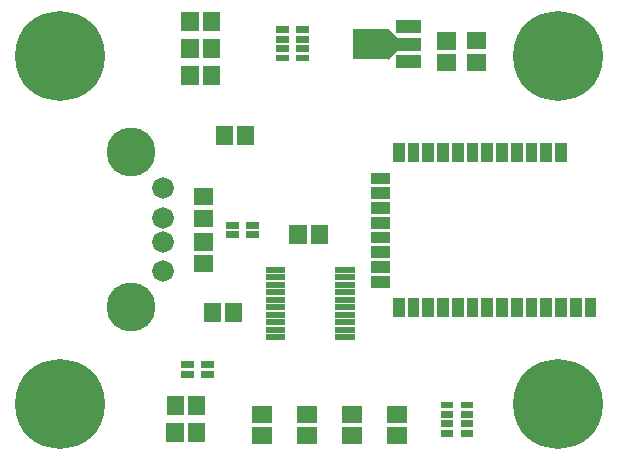
<source format=gbr>
G04 start of page 6 for group -4063 idx -4063 *
G04 Title: (unknown), componentmask *
G04 Creator: pcb 20140316 *
G04 CreationDate: Sun 13 Sep 2020 05:48:37 PM GMT UTC *
G04 For: railfan *
G04 Format: Gerber/RS-274X *
G04 PCB-Dimensions (mil): 2000.00 1500.00 *
G04 PCB-Coordinate-Origin: lower left *
%MOIN*%
%FSLAX25Y25*%
%LNTOPMASK*%
%ADD54R,0.0390X0.0390*%
%ADD53C,0.0001*%
%ADD52R,0.1005X0.1005*%
%ADD51R,0.0438X0.0438*%
%ADD50R,0.0190X0.0190*%
%ADD49R,0.0227X0.0227*%
%ADD48R,0.0572X0.0572*%
%ADD47C,0.0720*%
%ADD46C,0.1630*%
%ADD45C,0.2997*%
G54D45*X17000Y17000D03*
G54D46*X40700Y49200D03*
G54D47*X51400Y71100D03*
Y61300D03*
G54D45*X183000Y133000D03*
Y17000D03*
X17000Y133000D03*
G54D46*X40700Y100900D03*
G54D47*X51400Y79100D03*
Y88900D03*
G54D48*X64521Y79000D02*X65307D01*
X64521Y86086D02*X65307D01*
X64607Y71043D02*X65393D01*
X64607Y63957D02*X65393D01*
G54D49*X73717Y76575D02*X75587D01*
X73717Y73425D02*X75587D01*
X80413D02*X82283D01*
X80413Y76575D02*X82283D01*
G54D48*X67957Y47893D02*Y47107D01*
X75043Y47893D02*Y47107D01*
G54D49*X65413Y26925D02*X67283D01*
X65413Y30075D02*X67283D01*
X58717D02*X60587D01*
X58717Y26925D02*X60587D01*
G54D48*X55457Y7893D02*Y7107D01*
X62543Y7893D02*Y7107D01*
X55500Y16893D02*Y16107D01*
X62586Y16893D02*Y16107D01*
X84107Y13543D02*X84893D01*
X84107Y6457D02*X84893D01*
X96457Y73893D02*Y73107D01*
X103543Y73893D02*Y73107D01*
G54D50*X109811Y39250D02*X114417D01*
X109811Y41750D02*X114417D01*
X109811Y44250D02*X114417D01*
X109811Y46750D02*X114417D01*
X109811Y49250D02*X114417D01*
X109811Y51750D02*X114417D01*
X109811Y54250D02*X114417D01*
X109811Y56750D02*X114417D01*
X109811Y59250D02*X114417D01*
X109811Y61750D02*X114417D01*
X86583D02*X91189D01*
X86583Y59250D02*X91189D01*
X86583Y56750D02*X91189D01*
X86583Y54250D02*X91189D01*
X86583Y51750D02*X91189D01*
X86583Y49250D02*X91189D01*
X86583Y46750D02*X91189D01*
X86583Y44250D02*X91189D01*
X86583Y41750D02*X91189D01*
X86583Y39250D02*X91189D01*
G54D48*X155521Y138086D02*X156307D01*
X155521Y131000D02*X156307D01*
X145607Y138043D02*X146393D01*
X145607Y130957D02*X146393D01*
G54D51*X131311Y131094D02*X135405D01*
X123595Y137000D02*X135405D01*
G54D52*X119971D02*X121861D01*
G54D53*G36*
X124742Y133695D02*X128006Y136959D01*
X129850Y135115D01*
X126586Y131851D01*
X124742Y133695D01*
G37*
G36*
X126586Y142149D02*X129850Y138885D01*
X128006Y137041D01*
X124742Y140305D01*
X126586Y142149D01*
G37*
G54D51*X131311Y142906D02*X135405D01*
G54D48*X71957Y106893D02*Y106107D01*
X79043Y106893D02*Y106107D01*
G54D49*X90369Y141799D02*X92239D01*
X90369Y138650D02*X92239D01*
X90369Y135500D02*X92239D01*
X90369Y132351D02*X92239D01*
X97065D02*X98935D01*
X97065Y135500D02*X98935D01*
X97065Y138650D02*X98935D01*
X97065Y141799D02*X98935D01*
G54D48*X60457Y135893D02*Y135107D01*
Y126893D02*Y126107D01*
Y144893D02*Y144107D01*
X67543Y135893D02*Y135107D01*
Y126893D02*Y126107D01*
Y144893D02*Y144107D01*
G54D54*X184146Y102000D02*Y99598D01*
X179224Y102000D02*Y99598D01*
X174303Y102000D02*Y99598D01*
X169382Y102000D02*Y99598D01*
X164461Y102000D02*Y99598D01*
X159539Y102000D02*Y99598D01*
X154618Y102000D02*Y99598D01*
X149697Y102000D02*Y99598D01*
X144776Y102000D02*Y99598D01*
X139854Y102000D02*Y99598D01*
X134933Y102000D02*Y99598D01*
X130012Y102000D02*Y99598D01*
X122752Y92224D02*X125150D01*
X122752Y87303D02*X125150D01*
X122752Y82382D02*X125150D01*
X122752Y77461D02*X125150D01*
X122752Y72539D02*X125150D01*
X122752Y67618D02*X125150D01*
X122752Y62697D02*X125150D01*
X122752Y57776D02*X125150D01*
X130012Y50402D02*Y48000D01*
X134933Y50402D02*Y48000D01*
X139854Y50402D02*Y48000D01*
X144776Y50402D02*Y48000D01*
X149697Y50402D02*Y48000D01*
X154618Y50402D02*Y48000D01*
X159539Y50402D02*Y48000D01*
X164461Y50402D02*Y48000D01*
X169382Y50402D02*Y48000D01*
X174303Y50402D02*Y48000D01*
X179224Y50402D02*Y48000D01*
X184146Y50402D02*Y48000D01*
X189067Y50402D02*Y48000D01*
X193988Y50402D02*Y48000D01*
G54D48*X129107Y13543D02*X129893D01*
X129107Y6457D02*X129893D01*
X114107Y13543D02*X114893D01*
X114107Y6457D02*X114893D01*
X99107Y13543D02*X99893D01*
X99107Y6457D02*X99893D01*
G54D49*X145217Y16724D02*X147087D01*
X145217Y13575D02*X147087D01*
X145217Y10425D02*X147087D01*
X145217Y7276D02*X147087D01*
X151913D02*X153783D01*
X151913Y10425D02*X153783D01*
X151913Y13575D02*X153783D01*
X151913Y16724D02*X153783D01*
M02*

</source>
